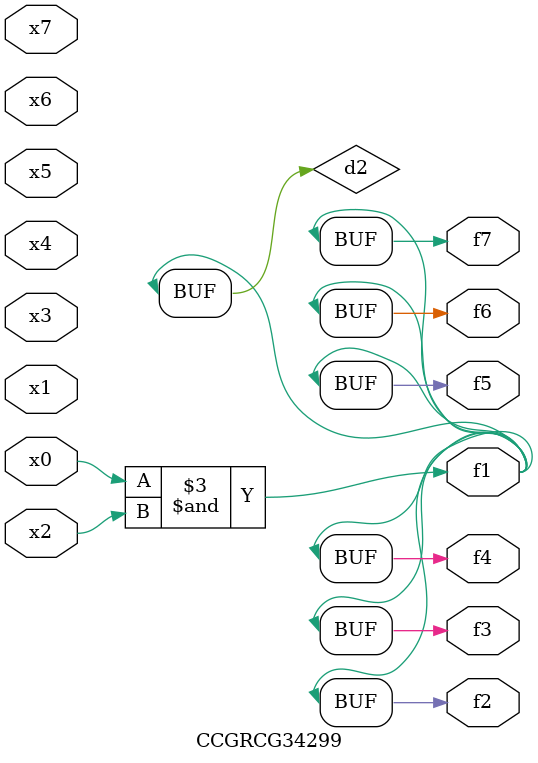
<source format=v>
module CCGRCG34299(
	input x0, x1, x2, x3, x4, x5, x6, x7,
	output f1, f2, f3, f4, f5, f6, f7
);

	wire d1, d2;

	nor (d1, x3, x6);
	and (d2, x0, x2);
	assign f1 = d2;
	assign f2 = d2;
	assign f3 = d2;
	assign f4 = d2;
	assign f5 = d2;
	assign f6 = d2;
	assign f7 = d2;
endmodule

</source>
